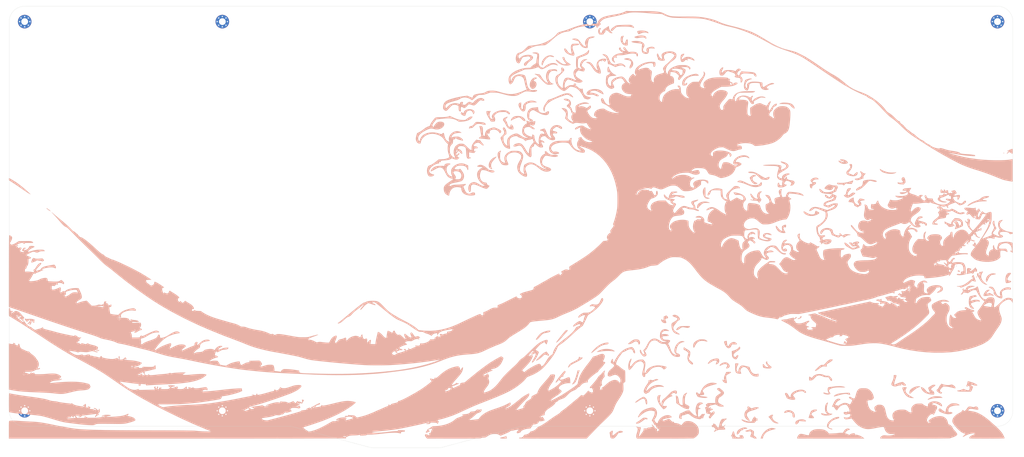
<source format=kicad_pcb>
(kicad_pcb (version 20211014) (generator pcbnew)
  (layers (0 "F.Cu" signal) (31 "B.Cu" signal) (34 "B.Paste" user) (35 "F.Paste" user) (36 "B.SilkS" user "B.Silkscreen") (37 "F.SilkS" user "F.Silkscreen") (38 "B.Mask" user) (39 "F.Mask" user) (44 "Edge.Cuts" user))
  (net 0 "")
  (net 1 "GND")
  (footprint "keyboard:MountingHole_2.2mm_M2_Pad_Via" (layer "F.Cu") (at 61.89 81.232)
    (fp_text reference "MountBaseMiddleTop1" hide)
    (fp_text value "MountingHole")
    (pad "1" thru_hole circle locked (at 0 1.65) (size 0.7 0.7) (drill 0.4) (layers *.Cu *.Mask))
    (pad "1" thru_hole circle locked (at 1.65 0) (size 0.7 0.7) (drill 0.4) (layers *.Cu *.Mask))
    (pad "1" thru_hole circle locked (at -1.166726 1.166726) (size 0.7 0.7) (drill 0.4) (layers *.Cu *.Mask))
    (pad "1" thru_hole circle locked (at 0 -1.65) (size 0.7 0.7) (drill 0.4) (layers *.Cu *.Mask))
    (pad "1" thru_hole circle locked (at -1.65 0) (size 0.7 0.7) (drill 0.4) (layers *.Cu *.Mask))
    (pad "1" thru_hole circle locked (at 0 0) (size 4.4 4.4) (drill 2.2) (layers *.Cu *.Mask))
    (pad "1" thru_hole circle locked (at -1.166726 -1.166726) (size 0.7 0.7) (drill 0.4) (layers *.Cu *.Mask))
    (pad "1" thru_hole circle locked (at 1.166726 1.166726) (size 0.7 0.7) (drill 0.4) (layers *.Cu *.Mask))
    (pad "1" thru_hole circle locked (at 1.166726 -1.166726) (size 0.7 0.7) (drill 0.4) (layers *.Cu *.Mask))
  )
  (footprint "keyboard:MountingHole_2.2mm_M2_Pad_Via" (layer "F.Cu") (at 61.89 207.232)
    (fp_text reference "MountBaseMiddleTop2" hide)
    (fp_text value "MountingHole")
    (pad "1" thru_hole circle locked (at 1.166726 1.166726) (size 0.7 0.7) (drill 0.4) (layers *.Cu *.Mask))
    (pad "1" thru_hole circle locked (at 1.65 0) (size 0.7 0.7) (drill 0.4) (layers *.Cu *.Mask))
    (pad "1" thru_hole circle locked (at 0 -1.65) (size 0.7 0.7) (drill 0.4) (layers *.Cu *.Mask))
    (pad "1" thru_hole circle locked (at 0 0) (size 4.4 4.4) (drill 2.2) (layers *.Cu *.Mask))
    (pad "1" thru_hole circle locked (at 1.166726 -1.166726) (size 0.7 0.7) (drill 0.4) (layers *.Cu *.Mask))
    (pad "1" thru_hole circle locked (at -1.166726 -1.166726) (size 0.7 0.7) (drill 0.4) (layers *.Cu *.Mask))
    (pad "1" thru_hole circle locked (at -1.166726 1.166726) (size 0.7 0.7) (drill 0.4) (layers *.Cu *.Mask))
    (pad "1" thru_hole circle locked (at 0 1.65) (size 0.7 0.7) (drill 0.4) (layers *.Cu *.Mask))
    (pad "1" thru_hole circle locked (at -1.65 0) (size 0.7 0.7) (drill 0.4) (layers *.Cu *.Mask))
  )
  (footprint "keyboard:MountingHole_2.2mm_M2_Pad_Via" (layer "F.Cu") (at 244.89 81.232)
    (fp_text reference "MountBaseMiddleTop5" hide)
    (fp_text value "MountingHole")
    (pad "1" thru_hole circle locked (at -1.166726 1.166726) (size 0.7 0.7) (drill 0.4) (layers *.Cu *.Mask))
    (pad "1" thru_hole circle locked (at -1.65 0) (size 0.7 0.7) (drill 0.4) (layers *.Cu *.Mask))
    (pad "1" thru_hole circle locked (at 1.166726 1.166726) (size 0.7 0.7) (drill 0.4) (layers *.Cu *.Mask))
    (pad "1" thru_hole circle locked (at 0 -1.65) (size 0.7 0.7) (drill 0.4) (layers *.Cu *.Mask))
    (pad "1" thru_hole circle locked (at 0 1.65) (size 0.7 0.7) (drill 0.4) (layers *.Cu *.Mask))
    (pad "1" thru_hole circle locked (at 1.166726 -1.166726) (size 0.7 0.7) (drill 0.4) (layers *.Cu *.Mask))
    (pad "1" thru_hole circle locked (at 1.65 0) (size 0.7 0.7) (drill 0.4) (layers *.Cu *.Mask))
    (pad "1" thru_hole circle locked (at -1.166726 -1.166726) (size 0.7 0.7) (drill 0.4) (layers *.Cu *.Mask))
    (pad "1" thru_hole circle locked (at 0 0) (size 4.4 4.4) (drill 2.2) (layers *.Cu *.Mask))
  )
  (footprint "keyboard:MountingHole_2.2mm_M2_Pad_Via" (layer "F.Cu") (at 244.89 207.232)
    (fp_text reference "MountBaseMiddleTop6" hide)
    (fp_text value "MountingHole")
    (pad "1" thru_hole circle locked (at -1.166726 1.166726) (size 0.7 0.7) (drill 0.4) (layers *.Cu *.Mask))
    (pad "1" thru_hole circle locked (at 1.166726 -1.166726) (size 0.7 0.7) (drill 0.4) (layers *.Cu *.Mask))
    (pad "1" thru_hole circle locked (at -1.65 0) (size 0.7 0.7) (drill 0.4) (layers *.Cu *.Mask))
    (pad "1" thru_hole circle locked (at 1.65 0) (size 0.7 0.7) (drill 0.4) (layers *.Cu *.Mask))
    (pad "1" thru_hole circle locked (at 0 0) (size 4.4 4.4) (drill 2.2) (layers *.Cu *.Mask))
    (pad "1" thru_hole circle locked (at 1.166726 1.166726) (size 0.7 0.7) (drill 0.4) (layers *.Cu *.Mask))
    (pad "1" thru_hole circle locked (at -1.166726 -1.166726) (size 0.7 0.7) (drill 0.4) (layers *.Cu *.Mask))
    (pad "1" thru_hole circle locked (at 0 1.65) (size 0.7 0.7) (drill 0.4) (layers *.Cu *.Mask))
    (pad "1" thru_hole circle locked (at 0 -1.65) (size 0.7 0.7) (drill 0.4) (layers *.Cu *.Mask))
  )
  (footprint "keyboard:MountingHole_2.2mm_M2_Pad_Via" (layer "F.Cu") (at 125.89 207.232)
    (fp_text reference "MountBaseMiddleTop4" hide)
    (fp_text value "MountingHole")
    (pad "1" thru_hole circle locked (at 1.65 0) (size 0.7 0.7) (drill 0.4) (layers *.Cu *.Mask))
    (pad "1" thru_hole circle locked (at -1.166726 1.166726) (size 0.7 0.7) (drill 0.4) (layers *.Cu *.Mask))
    (pad "1" thru_hole circle locked (at 0 -1.65) (size 0.7 0.7) (drill 0.4) (layers *.Cu *.Mask))
    (pad "1" thru_hole circle locked (at 0 1.65) (size 0.7 0.7) (drill 0.4) (layers *.Cu *.Mask))
    (pad "1" thru_hole circle locked (at -1.65 0) (size 0.7 0.7) (drill 0.4) (layers *.Cu *.Mask))
    (pad "1" thru_hole circle locked (at -1.166726 -1.166726) (size 0.7 0.7) (drill 0.4) (layers *.Cu *.Mask))
    (pad "1" thru_hole circle locked (at 1.166726 1.166726) (size 0.7 0.7) (drill 0.4) (layers *.Cu *.Mask))
    (pad "1" thru_hole circle locked (at 1.166726 -1.166726) (size 0.7 0.7) (drill 0.4) (layers *.Cu *.Mask))
    (pad "1" thru_hole circle locked (at 0 0) (size 4.4 4.4) (drill 2.2) (layers *.Cu *.Mask))
  )
  (footprint "keyboard:MountingHole_2.2mm_M2_Pad_Via" (layer "F.Cu") (at 125.89 81.232)
    (fp_text reference "MountBaseMiddleTop3" hide)
    (fp_text value "MountingHole")
    (pad "1" thru_hole circle locked (at 1.166726 1.166726) (size 0.7 0.7) (drill 0.4) (layers *.Cu *.Mask))
    (pad "1" thru_hole circle locked (at -1.166726 1.166726) (size 0.7 0.7) (drill 0.4) (layers *.Cu *.Mask))
    (pad "1" thru_hole circle locked (at 1.65 0) (size 0.7 0.7) (drill 0.4) (layers *.Cu *.Mask))
    (pad "1" thru_hole circle locked (at 1.166726 -1.166726) (size 0.7 0.7) (drill 0.4) (layers *.Cu *.Mask))
    (pad "1" thru_hole circle locked (at -1.65 0) (size 0.7 0.7) (drill 0.4) (layers *.Cu *.Mask))
    (pad "1" thru_hole circle locked (at 0 -1.65) (size 0.7 0.7) (drill 0.4) (layers *.Cu *.Mask))
    (pad "1" thru_hole circle locked (at 0 0) (size 4.4 4.4) (drill 2.2) (layers *.Cu *.Mask))
    (pad "1" thru_hole circle locked (at 0 1.65) (size 0.7 0.7) (drill 0.4) (layers *.Cu *.Mask))
    (pad "1" thru_hole circle locked (at -1.166726 -1.166726) (size 0.7 0.7) (drill 0.4) (layers *.Cu *.Mask))
  )
  (footprint "keyboard:MountingHole_2.2mm_M2_Pad_Via" (layer "F.Cu") (at 376.89 207.232)
    (fp_text reference "MountBaseMiddleTop8" hide)
    (fp_text value "MountingHole")
    (pad "1" thru_hole circle locked (at 0 1.65) (size 0.7 0.7) (drill 0.4) (layers *.Cu *.Mask))
    (pad "1" thru_hole circle locked (at 0 0) (size 4.4 4.4) (drill 2.2) (layers *.Cu *.Mask))
    (pad "1" thru_hole circle locked (at -1.65 0) (size 0.7 0.7) (drill 0.4) (layers *.Cu *.Mask))
    (pad "1" thru_hole circle locked (at -1.166726 1.166726) (size 0.7 0.7) (drill 0.4) (layers *.Cu *.Mask))
    (pad "1" thru_hole circle locked (at 1.166726 -1.166726) (size 0.7 0.7) (drill 0.4) (layers *.Cu *.Mask))
    (pad "1" thru_hole circle locked (at 1.65 0) (size 0.7 0.7) (drill 0.4) (layers *.Cu *.Mask))
    (pad "1" thru_hole circle locked (at 0 -1.65) (size 0.7 0.7) (drill 0.4) (layers *.Cu *.Mask))
    (pad "1" thru_hole circle locked (at -1.166726 -1.166726) (size 0.7 0.7) (drill 0.4) (layers *.Cu *.Mask))
    (pad "1" thru_hole circle locked (at 1.166726 1.166726) (size 0.7 0.7) (drill 0.4) (layers *.Cu *.Mask))
  )
  (footprint "keyboard:MountingHole_2.2mm_M2_Pad_Via" (layer "F.Cu") (at 376.89 81.232)
    (fp_text reference "MountBaseMiddleTop7" hide)
    (fp_text value "MountingHole")
    (pad "1" thru_hole circle locked (at -1.166726 -1.166726) (size 0.7 0.7) (drill 0.4) (layers *.Cu *.Mask))
    (pad "1" thru_hole circle locked (at 0 -1.65) (size 0.7 0.7) (drill 0.4) (layers *.Cu *.Mask))
    (pad "1" thru_hole circle locked (at 1.166726 -1.166726) (size 0.7 0.7) (drill 0.4) (layers *.Cu *.Mask))
    (pad "1" thru_hole circle locked (at -1.166726 1.166726) (size 0.7 0.7) (drill 0.4) (layers *.Cu *.Mask))
    (pad "1" thru_hole circle locked (at 1.65 0) (size 0.7 0.7) (drill 0.4) (layers *.Cu *.Mask))
    (pad "1" thru_hole circle locked (at 0 1.65) (size 0.7 0.7) (drill 0.4) (layers *.Cu *.Mask))
    (pad "1" thru_hole circle locked (at 0 0) (size 4.4 4.4) (drill 2.2) (layers *.Cu *.Mask))
    (pad "1" thru_hole circle locked (at 1.166726 1.166726) (size 0.7 0.7) (drill 0.4) (layers *.Cu *.Mask))
    (pad "1" thru_hole circle locked (at -1.65 0) (size 0.7 0.7) (drill 0.4) (layers *.Cu *.Mask))
  )
  (footprint "keyboard:hokusai" (layer "B.Cu") (at 219.33 146.222 180)
    (fp_text reference "LogoBase1" hide)
    (fp_text value "LOGO" hide)
  )
  (gr_line (start 376.89 76.232) (end 61.89 76.232) (layer "Edge.Cuts") (width 0.05))
  (gr_arc (start 61.89 212.232) (mid 58.354466 210.767534) (end 56.89 207.232) (layer "Edge.Cuts") (width 0.05))
  (gr_arc (start 381.89 207.232) (mid 380.425534 210.767534) (end 376.89 212.232) (layer "Edge.Cuts") (width 0.05))
  (gr_arc (start 376.89 76.232) (mid 380.425534 77.696466) (end 381.89 81.232) (layer "Edge.Cuts") (width 0.05))
  (gr_line (start 381.89 207.232) (end 381.89 81.232) (layer "Edge.Cuts") (width 0.05))
  (gr_circle (center 376.89 81.232001) (end 377.99 81.232001) (layer "Edge.Cuts") (width 0.05) (fill none))
  (gr_circle (center 376.89 207.232149) (end 377.99 207.232149) (layer "Edge.Cuts") (width 0.05) (fill none))
  (gr_line (start 61.89 212.232) (end 148.053656 212.232) (layer "Edge.Cuts") (width 0.05))
  (gr_line (start 148.053656 212.232) (end 174.178012 219.232) (layer "Edge.Cuts") (width 0.05))
  (gr_line (start 196.489483 219.232) (end 222.613839 212.232) (layer "Edge.Cuts") (width 0.05))
  (gr_line (start 236.7994 212.232) (end 222.613839 212.232) (layer "Edge.Cuts") (width 0.05))
  (gr_line (start 56.89 81.232) (end 56.89 207.232) (layer "Edge.Cuts") (width 0.05))
  (gr_line (start 174.178012 219.232) (end 196.489483 219.232) (layer "Edge.Cuts") (width 0.05))
  (gr_arc (start 56.889999 81.232001) (mid 58.354465 77.696466) (end 61.89 76.232) (layer "Edge.Cuts") (width 0.05))
  (gr_line (start 376.89 212.232) (end 236.7994 212.232) (layer "Edge.Cuts") (width 0.05))
)
</source>
